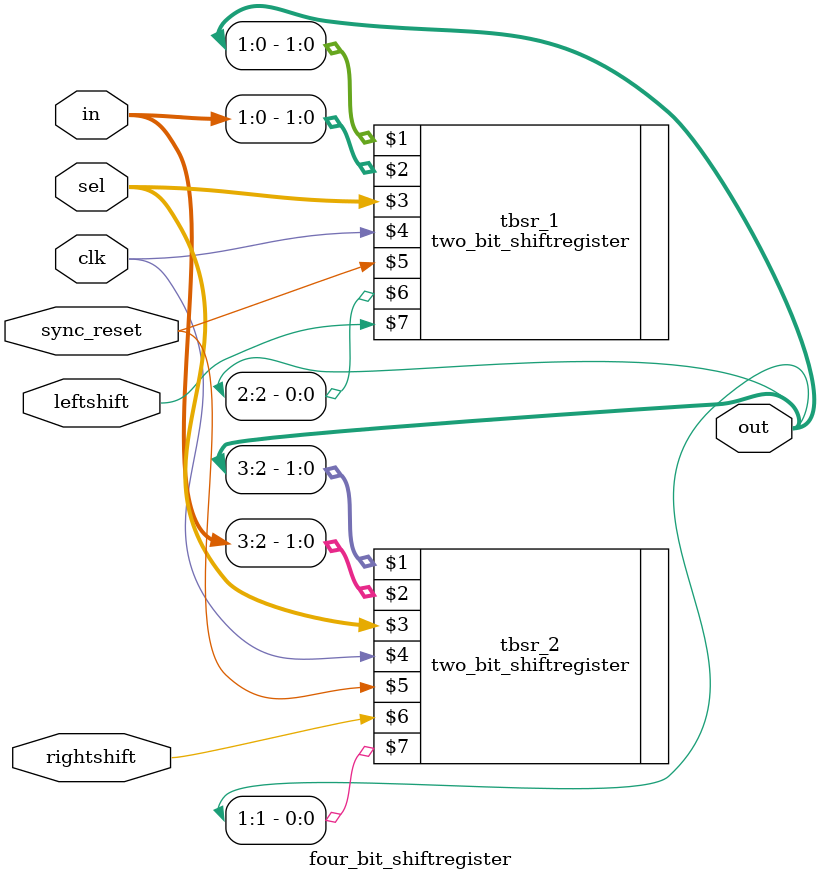
<source format=v>
`include "2_bit_shiftregister.v"

module four_bit_shiftregister(out, in, sel, clk, sync_reset, rightshift, leftshift);

input [3:0]in;
input clk; 
input rightshift;
input leftshift; 
input sync_reset;
input [1:0]sel;

output [3:0]out;

    	two_bit_shiftregister tbsr_1(out[1:0], in[1:0], sel, clk, sync_reset, out[2], leftshift);
    
    	two_bit_shiftregister tbsr_2(out[3:2], in[3:2], sel, clk, sync_reset, rightshift, out[1]);
    
endmodule

</source>
